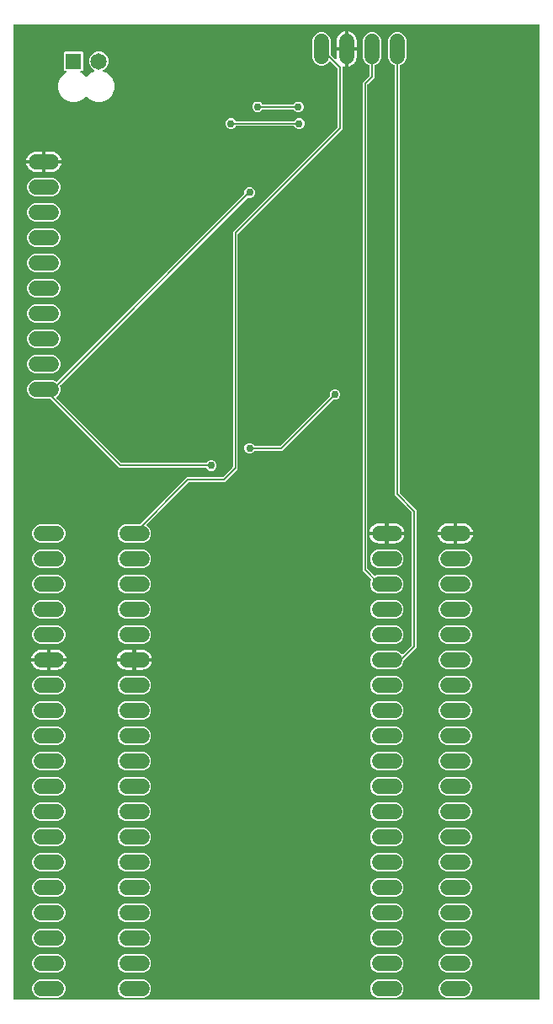
<source format=gbr>
G04 EAGLE Gerber RS-274X export*
G75*
%MOMM*%
%FSLAX34Y34*%
%LPD*%
%INBottom Copper*%
%IPPOS*%
%AMOC8*
5,1,8,0,0,1.08239X$1,22.5*%
G01*
%ADD10C,1.524000*%
%ADD11R,1.650000X1.650000*%
%ADD12C,1.650000*%
%ADD13C,0.180000*%
%ADD14C,0.756400*%

G36*
X539038Y10175D02*
X539038Y10175D01*
X539137Y10183D01*
X539170Y10195D01*
X539205Y10201D01*
X539294Y10243D01*
X539386Y10279D01*
X539414Y10301D01*
X539446Y10316D01*
X539518Y10384D01*
X539596Y10445D01*
X539616Y10474D01*
X539642Y10498D01*
X539692Y10584D01*
X539748Y10665D01*
X539759Y10699D01*
X539776Y10729D01*
X539799Y10826D01*
X539828Y10920D01*
X539832Y10972D01*
X539837Y10990D01*
X539835Y11008D01*
X539839Y11060D01*
X539839Y988940D01*
X539825Y989038D01*
X539817Y989137D01*
X539805Y989170D01*
X539799Y989205D01*
X539757Y989294D01*
X539721Y989386D01*
X539699Y989414D01*
X539684Y989446D01*
X539616Y989518D01*
X539555Y989596D01*
X539526Y989616D01*
X539502Y989642D01*
X539416Y989692D01*
X539335Y989748D01*
X539301Y989759D01*
X539271Y989776D01*
X539174Y989799D01*
X539080Y989828D01*
X539028Y989832D01*
X539010Y989837D01*
X538992Y989835D01*
X538940Y989839D01*
X11060Y989839D01*
X10962Y989825D01*
X10863Y989817D01*
X10830Y989805D01*
X10795Y989799D01*
X10706Y989757D01*
X10614Y989721D01*
X10586Y989699D01*
X10554Y989684D01*
X10482Y989616D01*
X10404Y989555D01*
X10384Y989526D01*
X10358Y989502D01*
X10308Y989416D01*
X10252Y989335D01*
X10241Y989301D01*
X10224Y989271D01*
X10201Y989174D01*
X10172Y989080D01*
X10168Y989028D01*
X10163Y989010D01*
X10165Y988992D01*
X10161Y988940D01*
X10161Y11060D01*
X10175Y10962D01*
X10183Y10863D01*
X10195Y10830D01*
X10201Y10795D01*
X10243Y10706D01*
X10279Y10614D01*
X10301Y10586D01*
X10316Y10554D01*
X10384Y10482D01*
X10445Y10404D01*
X10474Y10384D01*
X10498Y10358D01*
X10584Y10308D01*
X10665Y10252D01*
X10699Y10241D01*
X10729Y10224D01*
X10826Y10201D01*
X10920Y10172D01*
X10972Y10168D01*
X10990Y10163D01*
X11008Y10165D01*
X11060Y10161D01*
X538940Y10161D01*
X539038Y10175D01*
G37*
%LPC*%
G36*
X376561Y342455D02*
X376561Y342455D01*
X373200Y343847D01*
X370627Y346420D01*
X369235Y349781D01*
X369235Y353419D01*
X370627Y356780D01*
X373200Y359353D01*
X376561Y360745D01*
X395439Y360745D01*
X398800Y359353D01*
X400926Y357227D01*
X401006Y357168D01*
X401080Y357103D01*
X401113Y357089D01*
X401141Y357068D01*
X401234Y357035D01*
X401325Y356995D01*
X401360Y356991D01*
X401393Y356979D01*
X401492Y356975D01*
X401591Y356964D01*
X401625Y356970D01*
X401661Y356969D01*
X401756Y356994D01*
X401854Y357012D01*
X401885Y357028D01*
X401919Y357037D01*
X402003Y357090D01*
X402091Y357136D01*
X402131Y357169D01*
X402146Y357179D01*
X402158Y357193D01*
X402198Y357227D01*
X410976Y366005D01*
X410985Y366017D01*
X410996Y366026D01*
X411064Y366124D01*
X411135Y366220D01*
X411140Y366234D01*
X411148Y366246D01*
X411184Y366360D01*
X411223Y366473D01*
X411224Y366487D01*
X411228Y366501D01*
X411239Y366641D01*
X411239Y499384D01*
X411237Y499398D01*
X411239Y499412D01*
X411220Y499515D01*
X411217Y499549D01*
X411212Y499563D01*
X411199Y499648D01*
X411193Y499661D01*
X411191Y499676D01*
X411135Y499782D01*
X411084Y499889D01*
X411074Y499900D01*
X411067Y499913D01*
X410976Y500019D01*
X393875Y517120D01*
X393875Y948185D01*
X393867Y948242D01*
X393868Y948299D01*
X393847Y948373D01*
X393835Y948450D01*
X393811Y948501D01*
X393795Y948556D01*
X393753Y948621D01*
X393720Y948691D01*
X393681Y948733D01*
X393650Y948781D01*
X393591Y948830D01*
X393538Y948887D01*
X393489Y948916D01*
X393445Y948953D01*
X393320Y949016D01*
X391120Y949927D01*
X388547Y952500D01*
X387155Y955861D01*
X387155Y974739D01*
X388547Y978100D01*
X391120Y980673D01*
X394481Y982065D01*
X398119Y982065D01*
X401480Y980673D01*
X404053Y978100D01*
X405445Y974739D01*
X405445Y955861D01*
X404053Y952500D01*
X401480Y949927D01*
X399280Y949016D01*
X399231Y948987D01*
X399178Y948966D01*
X399117Y948918D01*
X399051Y948878D01*
X399013Y948836D01*
X398968Y948800D01*
X398924Y948737D01*
X398872Y948679D01*
X398848Y948627D01*
X398816Y948580D01*
X398793Y948506D01*
X398760Y948436D01*
X398753Y948379D01*
X398736Y948325D01*
X398725Y948185D01*
X398725Y519501D01*
X398727Y519487D01*
X398725Y519472D01*
X398747Y519355D01*
X398765Y519237D01*
X398771Y519224D01*
X398773Y519209D01*
X398829Y519103D01*
X398880Y518996D01*
X398890Y518985D01*
X398897Y518972D01*
X398988Y518865D01*
X416089Y501765D01*
X416089Y364260D01*
X403028Y351199D01*
X403019Y351187D01*
X403008Y351178D01*
X402940Y351080D01*
X402869Y350984D01*
X402864Y350970D01*
X402856Y350958D01*
X402820Y350844D01*
X402781Y350731D01*
X402780Y350717D01*
X402776Y350703D01*
X402765Y350563D01*
X402765Y349781D01*
X401373Y346420D01*
X398800Y343847D01*
X395439Y342455D01*
X376561Y342455D01*
G37*
%LPD*%
%LPC*%
G36*
X122561Y469455D02*
X122561Y469455D01*
X119200Y470847D01*
X116627Y473420D01*
X115235Y476781D01*
X115235Y480419D01*
X116627Y483780D01*
X119200Y486353D01*
X122561Y487745D01*
X137343Y487745D01*
X137358Y487747D01*
X137372Y487745D01*
X137490Y487767D01*
X137608Y487785D01*
X137621Y487791D01*
X137635Y487793D01*
X137741Y487849D01*
X137849Y487900D01*
X137859Y487910D01*
X137872Y487917D01*
X137979Y488008D01*
X184890Y534919D01*
X220606Y534919D01*
X220620Y534921D01*
X220635Y534919D01*
X220752Y534941D01*
X220870Y534959D01*
X220883Y534965D01*
X220898Y534967D01*
X221004Y535023D01*
X221111Y535074D01*
X221122Y535084D01*
X221135Y535091D01*
X221242Y535182D01*
X230930Y544870D01*
X230939Y544882D01*
X230950Y544891D01*
X231018Y544989D01*
X231089Y545086D01*
X231094Y545099D01*
X231102Y545111D01*
X231138Y545225D01*
X231177Y545338D01*
X231178Y545352D01*
X231182Y545366D01*
X231193Y545506D01*
X231193Y781622D01*
X336312Y886741D01*
X336321Y886753D01*
X336332Y886762D01*
X336400Y886860D01*
X336471Y886956D01*
X336476Y886970D01*
X336484Y886982D01*
X336520Y887096D01*
X336559Y887209D01*
X336560Y887223D01*
X336564Y887237D01*
X336575Y887377D01*
X336575Y945023D01*
X336573Y945038D01*
X336575Y945052D01*
X336553Y945170D01*
X336535Y945288D01*
X336529Y945301D01*
X336527Y945315D01*
X336471Y945421D01*
X336420Y945529D01*
X336410Y945539D01*
X336403Y945552D01*
X336312Y945659D01*
X329278Y952693D01*
X329272Y952697D01*
X329268Y952703D01*
X329164Y952777D01*
X329063Y952852D01*
X329056Y952854D01*
X329050Y952858D01*
X328929Y952899D01*
X328811Y952940D01*
X328803Y952940D01*
X328796Y952943D01*
X328669Y952946D01*
X328543Y952951D01*
X328536Y952949D01*
X328529Y952949D01*
X328407Y952914D01*
X328285Y952882D01*
X328279Y952878D01*
X328271Y952876D01*
X328166Y952807D01*
X328058Y952740D01*
X328053Y952735D01*
X328047Y952731D01*
X327966Y952634D01*
X327883Y952538D01*
X327880Y952531D01*
X327875Y952526D01*
X327872Y952519D01*
X325280Y949927D01*
X321919Y948535D01*
X318281Y948535D01*
X314920Y949927D01*
X312347Y952500D01*
X310955Y955861D01*
X310955Y974739D01*
X312347Y978100D01*
X314920Y980673D01*
X318281Y982065D01*
X321919Y982065D01*
X325280Y980673D01*
X327853Y978100D01*
X329245Y974739D01*
X329245Y959957D01*
X329247Y959942D01*
X329245Y959928D01*
X329267Y959810D01*
X329285Y959692D01*
X329291Y959679D01*
X329293Y959665D01*
X329349Y959559D01*
X329400Y959451D01*
X329410Y959441D01*
X329417Y959428D01*
X329508Y959321D01*
X334020Y954809D01*
X334117Y954738D01*
X334211Y954663D01*
X334224Y954658D01*
X334236Y954650D01*
X334349Y954610D01*
X334460Y954567D01*
X334475Y954566D01*
X334488Y954561D01*
X334608Y954557D01*
X334727Y954548D01*
X334741Y954551D01*
X334755Y954551D01*
X334871Y954582D01*
X334988Y954609D01*
X335000Y954616D01*
X335014Y954619D01*
X335115Y954683D01*
X335219Y954743D01*
X335229Y954754D01*
X335241Y954761D01*
X335319Y954852D01*
X335400Y954940D01*
X335406Y954952D01*
X335416Y954963D01*
X335464Y955073D01*
X335516Y955181D01*
X335518Y955195D01*
X335524Y955208D01*
X335538Y955327D01*
X335555Y955445D01*
X335554Y955465D01*
X335555Y955474D01*
X335552Y955490D01*
X335544Y955585D01*
X335339Y956880D01*
X335339Y963501D01*
X343701Y963501D01*
X343701Y947678D01*
X343121Y947769D01*
X342602Y947938D01*
X342497Y947955D01*
X342394Y947979D01*
X342366Y947977D01*
X342338Y947982D01*
X342233Y947968D01*
X342127Y947960D01*
X342101Y947950D01*
X342073Y947946D01*
X341977Y947902D01*
X341878Y947864D01*
X341856Y947846D01*
X341830Y947834D01*
X341751Y947763D01*
X341668Y947698D01*
X341652Y947675D01*
X341631Y947656D01*
X341576Y947565D01*
X341516Y947478D01*
X341508Y947451D01*
X341493Y947427D01*
X341467Y947324D01*
X341436Y947223D01*
X341433Y947182D01*
X341429Y947167D01*
X341430Y947147D01*
X341425Y947083D01*
X341425Y884996D01*
X236306Y779877D01*
X236297Y779865D01*
X236286Y779856D01*
X236218Y779758D01*
X236147Y779662D01*
X236142Y779648D01*
X236134Y779636D01*
X236098Y779522D01*
X236059Y779409D01*
X236058Y779395D01*
X236054Y779381D01*
X236043Y779241D01*
X236043Y543125D01*
X222987Y530069D01*
X187271Y530069D01*
X187256Y530067D01*
X187242Y530069D01*
X187124Y530047D01*
X187006Y530029D01*
X186993Y530023D01*
X186979Y530021D01*
X186873Y529965D01*
X186765Y529914D01*
X186755Y529904D01*
X186742Y529897D01*
X186635Y529806D01*
X144607Y487778D01*
X144603Y487772D01*
X144597Y487768D01*
X144523Y487665D01*
X144448Y487563D01*
X144446Y487556D01*
X144442Y487550D01*
X144401Y487429D01*
X144360Y487311D01*
X144360Y487303D01*
X144357Y487296D01*
X144354Y487170D01*
X144349Y487043D01*
X144351Y487036D01*
X144351Y487029D01*
X144385Y486907D01*
X144418Y486785D01*
X144422Y486779D01*
X144424Y486771D01*
X144492Y486666D01*
X144560Y486558D01*
X144565Y486553D01*
X144569Y486547D01*
X144666Y486466D01*
X144762Y486383D01*
X144769Y486380D01*
X144774Y486375D01*
X144781Y486372D01*
X147373Y483780D01*
X148765Y480419D01*
X148765Y476781D01*
X147373Y473420D01*
X144800Y470847D01*
X141439Y469455D01*
X122561Y469455D01*
G37*
%LPD*%
%LPC*%
G36*
X376561Y418655D02*
X376561Y418655D01*
X373200Y420047D01*
X370627Y422620D01*
X369235Y425981D01*
X369235Y429619D01*
X370035Y431551D01*
X370049Y431606D01*
X370072Y431658D01*
X370081Y431735D01*
X370100Y431810D01*
X370097Y431867D01*
X370103Y431924D01*
X370089Y432000D01*
X370085Y432077D01*
X370065Y432131D01*
X370055Y432187D01*
X370019Y432255D01*
X369992Y432328D01*
X369958Y432373D01*
X369932Y432424D01*
X369840Y432531D01*
X361575Y440796D01*
X361575Y931404D01*
X368212Y938041D01*
X368221Y938053D01*
X368232Y938062D01*
X368300Y938160D01*
X368371Y938256D01*
X368376Y938270D01*
X368384Y938282D01*
X368420Y938396D01*
X368459Y938509D01*
X368460Y938523D01*
X368464Y938537D01*
X368475Y938677D01*
X368475Y948185D01*
X368467Y948242D01*
X368468Y948299D01*
X368447Y948373D01*
X368435Y948450D01*
X368411Y948501D01*
X368395Y948556D01*
X368353Y948621D01*
X368320Y948691D01*
X368281Y948733D01*
X368250Y948781D01*
X368191Y948830D01*
X368138Y948887D01*
X368089Y948916D01*
X368045Y948953D01*
X367920Y949016D01*
X365720Y949927D01*
X363147Y952500D01*
X361755Y955861D01*
X361755Y974739D01*
X363147Y978100D01*
X365720Y980673D01*
X369081Y982065D01*
X372719Y982065D01*
X376080Y980673D01*
X378653Y978100D01*
X380045Y974739D01*
X380045Y955861D01*
X378653Y952500D01*
X376080Y949927D01*
X373880Y949016D01*
X373831Y948987D01*
X373778Y948966D01*
X373717Y948918D01*
X373651Y948878D01*
X373613Y948836D01*
X373568Y948800D01*
X373524Y948737D01*
X373472Y948679D01*
X373448Y948627D01*
X373416Y948580D01*
X373393Y948506D01*
X373360Y948436D01*
X373353Y948379D01*
X373336Y948325D01*
X373325Y948185D01*
X373325Y936296D01*
X366688Y929659D01*
X366679Y929647D01*
X366668Y929638D01*
X366600Y929540D01*
X366529Y929444D01*
X366524Y929430D01*
X366516Y929418D01*
X366480Y929304D01*
X366441Y929191D01*
X366440Y929177D01*
X366436Y929163D01*
X366425Y929023D01*
X366425Y443177D01*
X366427Y443162D01*
X366425Y443148D01*
X366447Y443030D01*
X366465Y442912D01*
X366471Y442899D01*
X366473Y442885D01*
X366529Y442779D01*
X366580Y442671D01*
X366590Y442661D01*
X366597Y442648D01*
X366688Y442541D01*
X373112Y436117D01*
X373158Y436083D01*
X373197Y436042D01*
X373265Y436004D01*
X373327Y435958D01*
X373381Y435939D01*
X373431Y435911D01*
X373507Y435895D01*
X373580Y435870D01*
X373636Y435867D01*
X373692Y435855D01*
X373770Y435862D01*
X373847Y435859D01*
X373902Y435874D01*
X373959Y435879D01*
X374092Y435922D01*
X376561Y436945D01*
X395439Y436945D01*
X398800Y435553D01*
X401373Y432980D01*
X402765Y429619D01*
X402765Y425981D01*
X401373Y422620D01*
X398800Y420047D01*
X395439Y418655D01*
X376561Y418655D01*
G37*
%LPD*%
%LPC*%
G36*
X208356Y541393D02*
X208356Y541393D01*
X206406Y542201D01*
X204913Y543694D01*
X204902Y543720D01*
X204873Y543769D01*
X204852Y543822D01*
X204804Y543883D01*
X204764Y543949D01*
X204722Y543987D01*
X204687Y544032D01*
X204623Y544076D01*
X204565Y544128D01*
X204513Y544152D01*
X204466Y544184D01*
X204393Y544207D01*
X204322Y544240D01*
X204266Y544247D01*
X204211Y544264D01*
X204072Y544275D01*
X117096Y544275D01*
X47479Y613892D01*
X47467Y613901D01*
X47458Y613912D01*
X47360Y613980D01*
X47264Y614051D01*
X47250Y614056D01*
X47238Y614064D01*
X47124Y614100D01*
X47011Y614139D01*
X46997Y614140D01*
X46983Y614144D01*
X46843Y614155D01*
X31661Y614155D01*
X28300Y615547D01*
X25727Y618120D01*
X24335Y621481D01*
X24335Y625119D01*
X25727Y628480D01*
X28300Y631053D01*
X31661Y632445D01*
X50539Y632445D01*
X53600Y631177D01*
X53656Y631163D01*
X53708Y631140D01*
X53785Y631131D01*
X53860Y631112D01*
X53917Y631115D01*
X53974Y631109D01*
X54050Y631123D01*
X54127Y631127D01*
X54181Y631147D01*
X54237Y631157D01*
X54305Y631193D01*
X54378Y631220D01*
X54423Y631254D01*
X54474Y631280D01*
X54580Y631372D01*
X242430Y819221D01*
X242439Y819233D01*
X242450Y819242D01*
X242518Y819340D01*
X242589Y819436D01*
X242594Y819450D01*
X242602Y819462D01*
X242638Y819576D01*
X242677Y819689D01*
X242678Y819703D01*
X242682Y819717D01*
X242693Y819857D01*
X242693Y822056D01*
X243501Y824006D01*
X244994Y825499D01*
X246944Y826307D01*
X249056Y826307D01*
X251006Y825499D01*
X252499Y824006D01*
X253307Y822056D01*
X253307Y819944D01*
X252499Y817994D01*
X251006Y816501D01*
X249056Y815693D01*
X246944Y815693D01*
X246662Y815810D01*
X246607Y815824D01*
X246555Y815847D01*
X246478Y815856D01*
X246403Y815875D01*
X246346Y815871D01*
X246289Y815878D01*
X246213Y815864D01*
X246136Y815860D01*
X246082Y815840D01*
X246026Y815830D01*
X245957Y815794D01*
X245885Y815767D01*
X245840Y815733D01*
X245789Y815706D01*
X245682Y815615D01*
X57505Y627438D01*
X57471Y627392D01*
X57430Y627353D01*
X57392Y627285D01*
X57346Y627223D01*
X57327Y627169D01*
X57299Y627119D01*
X57283Y627043D01*
X57258Y626970D01*
X57255Y626914D01*
X57243Y626858D01*
X57250Y626780D01*
X57247Y626703D01*
X57262Y626648D01*
X57267Y626591D01*
X57310Y626458D01*
X57865Y625119D01*
X57865Y621481D01*
X56473Y618120D01*
X53927Y615574D01*
X53868Y615494D01*
X53803Y615420D01*
X53789Y615387D01*
X53768Y615359D01*
X53735Y615266D01*
X53695Y615175D01*
X53691Y615140D01*
X53679Y615107D01*
X53675Y615008D01*
X53664Y614909D01*
X53670Y614875D01*
X53669Y614839D01*
X53694Y614744D01*
X53712Y614646D01*
X53728Y614615D01*
X53737Y614581D01*
X53790Y614497D01*
X53836Y614409D01*
X53869Y614369D01*
X53879Y614354D01*
X53893Y614342D01*
X53927Y614302D01*
X118841Y549388D01*
X118853Y549379D01*
X118862Y549368D01*
X118960Y549300D01*
X119056Y549229D01*
X119070Y549224D01*
X119082Y549216D01*
X119196Y549180D01*
X119309Y549141D01*
X119323Y549140D01*
X119337Y549136D01*
X119477Y549125D01*
X204072Y549125D01*
X204128Y549133D01*
X204185Y549132D01*
X204260Y549153D01*
X204336Y549165D01*
X204387Y549189D01*
X204442Y549205D01*
X204507Y549247D01*
X204577Y549280D01*
X204619Y549319D01*
X204667Y549350D01*
X204717Y549409D01*
X204774Y549462D01*
X204802Y549511D01*
X204839Y549555D01*
X204902Y549680D01*
X204913Y549706D01*
X206406Y551199D01*
X208356Y552007D01*
X210468Y552007D01*
X212418Y551199D01*
X213911Y549706D01*
X214719Y547756D01*
X214719Y545644D01*
X213911Y543694D01*
X212418Y542201D01*
X210468Y541393D01*
X208356Y541393D01*
G37*
%LPD*%
%LPC*%
G36*
X67785Y911739D02*
X67785Y911739D01*
X62029Y914123D01*
X57623Y918529D01*
X55239Y924285D01*
X55239Y930515D01*
X57623Y936271D01*
X62029Y940677D01*
X63523Y941295D01*
X63601Y941343D01*
X63684Y941382D01*
X63715Y941411D01*
X63752Y941433D01*
X63813Y941502D01*
X63880Y941564D01*
X63902Y941601D01*
X63930Y941632D01*
X63969Y941716D01*
X64015Y941795D01*
X64024Y941837D01*
X64042Y941875D01*
X64054Y941967D01*
X64075Y942056D01*
X64072Y942098D01*
X64078Y942140D01*
X64062Y942231D01*
X64056Y942323D01*
X64041Y942362D01*
X64034Y942404D01*
X63993Y942486D01*
X63959Y942572D01*
X63933Y942605D01*
X63914Y942643D01*
X63850Y942710D01*
X63794Y942782D01*
X63759Y942806D01*
X63729Y942837D01*
X63649Y942882D01*
X63573Y942934D01*
X63533Y942947D01*
X63496Y942967D01*
X63406Y942987D01*
X63318Y943014D01*
X63254Y943019D01*
X63234Y943024D01*
X63218Y943022D01*
X63178Y943025D01*
X62018Y943025D01*
X61125Y943918D01*
X61125Y961682D01*
X62018Y962575D01*
X79782Y962575D01*
X80675Y961682D01*
X80675Y943918D01*
X79782Y943025D01*
X78622Y943025D01*
X78531Y943012D01*
X78439Y943007D01*
X78399Y942992D01*
X78357Y942985D01*
X78274Y942946D01*
X78188Y942914D01*
X78154Y942888D01*
X78116Y942870D01*
X78049Y942807D01*
X77976Y942752D01*
X77951Y942717D01*
X77920Y942688D01*
X77874Y942609D01*
X77820Y942534D01*
X77807Y942493D01*
X77785Y942457D01*
X77765Y942367D01*
X77736Y942280D01*
X77735Y942238D01*
X77725Y942196D01*
X77732Y942105D01*
X77729Y942013D01*
X77741Y941972D01*
X77744Y941929D01*
X77777Y941844D01*
X77802Y941755D01*
X77825Y941720D01*
X77841Y941680D01*
X77898Y941608D01*
X77948Y941531D01*
X77980Y941503D01*
X78006Y941470D01*
X78082Y941418D01*
X78152Y941359D01*
X78210Y941329D01*
X78227Y941318D01*
X78242Y941313D01*
X78277Y941295D01*
X79771Y940677D01*
X82964Y937483D01*
X83044Y937425D01*
X83119Y937360D01*
X83151Y937346D01*
X83179Y937325D01*
X83273Y937292D01*
X83363Y937252D01*
X83398Y937248D01*
X83432Y937236D01*
X83530Y937232D01*
X83629Y937221D01*
X83664Y937227D01*
X83699Y937226D01*
X83794Y937251D01*
X83892Y937269D01*
X83923Y937285D01*
X83957Y937294D01*
X84041Y937347D01*
X84129Y937392D01*
X84169Y937426D01*
X84184Y937436D01*
X84196Y937450D01*
X84236Y937483D01*
X87429Y940677D01*
X91722Y942455D01*
X91764Y942480D01*
X91811Y942498D01*
X91878Y942549D01*
X91951Y942593D01*
X91984Y942630D01*
X92024Y942660D01*
X92073Y942729D01*
X92129Y942792D01*
X92150Y942837D01*
X92179Y942878D01*
X92206Y942958D01*
X92241Y943035D01*
X92248Y943084D01*
X92264Y943131D01*
X92266Y943216D01*
X92277Y943300D01*
X92269Y943349D01*
X92270Y943399D01*
X92247Y943480D01*
X92233Y943564D01*
X92210Y943608D01*
X92197Y943656D01*
X92151Y943727D01*
X92113Y943803D01*
X92079Y943839D01*
X92052Y943881D01*
X91987Y943935D01*
X91928Y943996D01*
X91885Y944021D01*
X91847Y944053D01*
X91722Y944116D01*
X90763Y944513D01*
X88013Y947263D01*
X86525Y950856D01*
X86525Y954744D01*
X88013Y958337D01*
X90763Y961087D01*
X94356Y962575D01*
X98244Y962575D01*
X101837Y961087D01*
X104587Y958337D01*
X106075Y954744D01*
X106075Y950856D01*
X104587Y947263D01*
X101837Y944513D01*
X100878Y944116D01*
X100836Y944091D01*
X100789Y944073D01*
X100722Y944022D01*
X100649Y943978D01*
X100616Y943941D01*
X100576Y943911D01*
X100527Y943842D01*
X100471Y943779D01*
X100450Y943734D01*
X100421Y943693D01*
X100394Y943613D01*
X100359Y943536D01*
X100352Y943487D01*
X100336Y943440D01*
X100334Y943355D01*
X100323Y943271D01*
X100331Y943222D01*
X100330Y943172D01*
X100353Y943091D01*
X100367Y943007D01*
X100390Y942963D01*
X100403Y942915D01*
X100449Y942844D01*
X100487Y942768D01*
X100521Y942732D01*
X100548Y942690D01*
X100613Y942636D01*
X100672Y942575D01*
X100715Y942550D01*
X100753Y942518D01*
X100878Y942455D01*
X105171Y940677D01*
X109577Y936271D01*
X111961Y930515D01*
X111961Y924285D01*
X109577Y918529D01*
X105171Y914123D01*
X99415Y911739D01*
X93185Y911739D01*
X87429Y914123D01*
X84236Y917317D01*
X84156Y917375D01*
X84081Y917440D01*
X84049Y917454D01*
X84021Y917475D01*
X83927Y917508D01*
X83837Y917548D01*
X83802Y917552D01*
X83768Y917564D01*
X83669Y917568D01*
X83571Y917579D01*
X83536Y917573D01*
X83501Y917574D01*
X83405Y917549D01*
X83308Y917531D01*
X83277Y917515D01*
X83243Y917506D01*
X83159Y917453D01*
X83071Y917408D01*
X83031Y917374D01*
X83016Y917364D01*
X83004Y917350D01*
X82964Y917317D01*
X79771Y914123D01*
X74015Y911739D01*
X67785Y911739D01*
G37*
%LPD*%
%LPC*%
G36*
X246944Y558693D02*
X246944Y558693D01*
X244994Y559501D01*
X243501Y560994D01*
X242693Y562944D01*
X242693Y565056D01*
X243501Y567006D01*
X244994Y568499D01*
X246944Y569307D01*
X249056Y569307D01*
X251006Y568499D01*
X252499Y567006D01*
X252510Y566980D01*
X252539Y566931D01*
X252560Y566878D01*
X252608Y566817D01*
X252648Y566751D01*
X252690Y566713D01*
X252725Y566668D01*
X252789Y566624D01*
X252847Y566572D01*
X252899Y566548D01*
X252946Y566516D01*
X253019Y566493D01*
X253090Y566460D01*
X253146Y566453D01*
X253201Y566436D01*
X253340Y566425D01*
X278449Y566425D01*
X278464Y566427D01*
X278478Y566425D01*
X278596Y566447D01*
X278714Y566465D01*
X278727Y566471D01*
X278741Y566473D01*
X278847Y566529D01*
X278955Y566580D01*
X278965Y566590D01*
X278978Y566597D01*
X279085Y566688D01*
X328422Y616025D01*
X328456Y616071D01*
X328497Y616111D01*
X328535Y616178D01*
X328581Y616240D01*
X328600Y616294D01*
X328628Y616344D01*
X328644Y616420D01*
X328670Y616493D01*
X328672Y616550D01*
X328684Y616606D01*
X328677Y616683D01*
X328680Y616760D01*
X328665Y616815D01*
X328661Y616872D01*
X328617Y617005D01*
X328606Y617031D01*
X328606Y619143D01*
X329414Y621093D01*
X330907Y622586D01*
X332857Y623394D01*
X334969Y623394D01*
X336919Y622586D01*
X338412Y621093D01*
X339220Y619143D01*
X339220Y617031D01*
X338412Y615081D01*
X336919Y613588D01*
X334969Y612780D01*
X332857Y612780D01*
X332831Y612791D01*
X332776Y612805D01*
X332724Y612828D01*
X332647Y612837D01*
X332572Y612856D01*
X332515Y612852D01*
X332458Y612859D01*
X332382Y612845D01*
X332305Y612841D01*
X332251Y612821D01*
X332195Y612811D01*
X332126Y612775D01*
X332054Y612748D01*
X332008Y612714D01*
X331958Y612687D01*
X331851Y612596D01*
X280830Y561575D01*
X253340Y561575D01*
X253284Y561567D01*
X253227Y561568D01*
X253152Y561547D01*
X253076Y561535D01*
X253025Y561511D01*
X252970Y561495D01*
X252905Y561453D01*
X252835Y561420D01*
X252793Y561381D01*
X252745Y561350D01*
X252695Y561291D01*
X252638Y561238D01*
X252610Y561189D01*
X252573Y561145D01*
X252510Y561020D01*
X252499Y560994D01*
X251006Y559501D01*
X249056Y558693D01*
X246944Y558693D01*
G37*
%LPD*%
%LPC*%
G36*
X36561Y164655D02*
X36561Y164655D01*
X33200Y166047D01*
X30627Y168620D01*
X29235Y171981D01*
X29235Y175619D01*
X30627Y178980D01*
X33200Y181553D01*
X36561Y182945D01*
X55439Y182945D01*
X58800Y181553D01*
X61373Y178980D01*
X62765Y175619D01*
X62765Y171981D01*
X61373Y168620D01*
X58800Y166047D01*
X55439Y164655D01*
X36561Y164655D01*
G37*
%LPD*%
%LPC*%
G36*
X445561Y139255D02*
X445561Y139255D01*
X442200Y140647D01*
X439627Y143220D01*
X438235Y146581D01*
X438235Y150219D01*
X439627Y153580D01*
X442200Y156153D01*
X445561Y157545D01*
X464439Y157545D01*
X467800Y156153D01*
X470373Y153580D01*
X471765Y150219D01*
X471765Y146581D01*
X470373Y143220D01*
X467800Y140647D01*
X464439Y139255D01*
X445561Y139255D01*
G37*
%LPD*%
%LPC*%
G36*
X376561Y139255D02*
X376561Y139255D01*
X373200Y140647D01*
X370627Y143220D01*
X369235Y146581D01*
X369235Y150219D01*
X370627Y153580D01*
X373200Y156153D01*
X376561Y157545D01*
X395439Y157545D01*
X398800Y156153D01*
X401373Y153580D01*
X402765Y150219D01*
X402765Y146581D01*
X401373Y143220D01*
X398800Y140647D01*
X395439Y139255D01*
X376561Y139255D01*
G37*
%LPD*%
%LPC*%
G36*
X122561Y139255D02*
X122561Y139255D01*
X119200Y140647D01*
X116627Y143220D01*
X115235Y146581D01*
X115235Y150219D01*
X116627Y153580D01*
X119200Y156153D01*
X122561Y157545D01*
X141439Y157545D01*
X144800Y156153D01*
X147373Y153580D01*
X148765Y150219D01*
X148765Y146581D01*
X147373Y143220D01*
X144800Y140647D01*
X141439Y139255D01*
X122561Y139255D01*
G37*
%LPD*%
%LPC*%
G36*
X36561Y139255D02*
X36561Y139255D01*
X33200Y140647D01*
X30627Y143220D01*
X29235Y146581D01*
X29235Y150219D01*
X30627Y153580D01*
X33200Y156153D01*
X36561Y157545D01*
X55439Y157545D01*
X58800Y156153D01*
X61373Y153580D01*
X62765Y150219D01*
X62765Y146581D01*
X61373Y143220D01*
X58800Y140647D01*
X55439Y139255D01*
X36561Y139255D01*
G37*
%LPD*%
%LPC*%
G36*
X445561Y113855D02*
X445561Y113855D01*
X442200Y115247D01*
X439627Y117820D01*
X438235Y121181D01*
X438235Y124819D01*
X439627Y128180D01*
X442200Y130753D01*
X445561Y132145D01*
X464439Y132145D01*
X467800Y130753D01*
X470373Y128180D01*
X471765Y124819D01*
X471765Y121181D01*
X470373Y117820D01*
X467800Y115247D01*
X464439Y113855D01*
X445561Y113855D01*
G37*
%LPD*%
%LPC*%
G36*
X376561Y113855D02*
X376561Y113855D01*
X373200Y115247D01*
X370627Y117820D01*
X369235Y121181D01*
X369235Y124819D01*
X370627Y128180D01*
X373200Y130753D01*
X376561Y132145D01*
X395439Y132145D01*
X398800Y130753D01*
X401373Y128180D01*
X402765Y124819D01*
X402765Y121181D01*
X401373Y117820D01*
X398800Y115247D01*
X395439Y113855D01*
X376561Y113855D01*
G37*
%LPD*%
%LPC*%
G36*
X122561Y113855D02*
X122561Y113855D01*
X119200Y115247D01*
X116627Y117820D01*
X115235Y121181D01*
X115235Y124819D01*
X116627Y128180D01*
X119200Y130753D01*
X122561Y132145D01*
X141439Y132145D01*
X144800Y130753D01*
X147373Y128180D01*
X148765Y124819D01*
X148765Y121181D01*
X147373Y117820D01*
X144800Y115247D01*
X141439Y113855D01*
X122561Y113855D01*
G37*
%LPD*%
%LPC*%
G36*
X36561Y113855D02*
X36561Y113855D01*
X33200Y115247D01*
X30627Y117820D01*
X29235Y121181D01*
X29235Y124819D01*
X30627Y128180D01*
X33200Y130753D01*
X36561Y132145D01*
X55439Y132145D01*
X58800Y130753D01*
X61373Y128180D01*
X62765Y124819D01*
X62765Y121181D01*
X61373Y117820D01*
X58800Y115247D01*
X55439Y113855D01*
X36561Y113855D01*
G37*
%LPD*%
%LPC*%
G36*
X122561Y266255D02*
X122561Y266255D01*
X119200Y267647D01*
X116627Y270220D01*
X115235Y273581D01*
X115235Y277219D01*
X116627Y280580D01*
X119200Y283153D01*
X122561Y284545D01*
X141439Y284545D01*
X144800Y283153D01*
X147373Y280580D01*
X148765Y277219D01*
X148765Y273581D01*
X147373Y270220D01*
X144800Y267647D01*
X141439Y266255D01*
X122561Y266255D01*
G37*
%LPD*%
%LPC*%
G36*
X445561Y88455D02*
X445561Y88455D01*
X442200Y89847D01*
X439627Y92420D01*
X438235Y95781D01*
X438235Y99419D01*
X439627Y102780D01*
X442200Y105353D01*
X445561Y106745D01*
X464439Y106745D01*
X467800Y105353D01*
X470373Y102780D01*
X471765Y99419D01*
X471765Y95781D01*
X470373Y92420D01*
X467800Y89847D01*
X464439Y88455D01*
X445561Y88455D01*
G37*
%LPD*%
%LPC*%
G36*
X31661Y817355D02*
X31661Y817355D01*
X28300Y818747D01*
X25727Y821320D01*
X24335Y824681D01*
X24335Y828319D01*
X25727Y831680D01*
X28300Y834253D01*
X31661Y835645D01*
X50539Y835645D01*
X53900Y834253D01*
X56473Y831680D01*
X57865Y828319D01*
X57865Y824681D01*
X56473Y821320D01*
X53900Y818747D01*
X50539Y817355D01*
X31661Y817355D01*
G37*
%LPD*%
%LPC*%
G36*
X31661Y791955D02*
X31661Y791955D01*
X28300Y793347D01*
X25727Y795920D01*
X24335Y799281D01*
X24335Y802919D01*
X25727Y806280D01*
X28300Y808853D01*
X31661Y810245D01*
X50539Y810245D01*
X53900Y808853D01*
X56473Y806280D01*
X57865Y802919D01*
X57865Y799281D01*
X56473Y795920D01*
X53900Y793347D01*
X50539Y791955D01*
X31661Y791955D01*
G37*
%LPD*%
%LPC*%
G36*
X31661Y766555D02*
X31661Y766555D01*
X28300Y767947D01*
X25727Y770520D01*
X24335Y773881D01*
X24335Y777519D01*
X25727Y780880D01*
X28300Y783453D01*
X31661Y784845D01*
X50539Y784845D01*
X53900Y783453D01*
X56473Y780880D01*
X57865Y777519D01*
X57865Y773881D01*
X56473Y770520D01*
X53900Y767947D01*
X50539Y766555D01*
X31661Y766555D01*
G37*
%LPD*%
%LPC*%
G36*
X31661Y741155D02*
X31661Y741155D01*
X28300Y742547D01*
X25727Y745120D01*
X24335Y748481D01*
X24335Y752119D01*
X25727Y755480D01*
X28300Y758053D01*
X31661Y759445D01*
X50539Y759445D01*
X53900Y758053D01*
X56473Y755480D01*
X57865Y752119D01*
X57865Y748481D01*
X56473Y745120D01*
X53900Y742547D01*
X50539Y741155D01*
X31661Y741155D01*
G37*
%LPD*%
%LPC*%
G36*
X31661Y715755D02*
X31661Y715755D01*
X28300Y717147D01*
X25727Y719720D01*
X24335Y723081D01*
X24335Y726719D01*
X25727Y730080D01*
X28300Y732653D01*
X31661Y734045D01*
X50539Y734045D01*
X53900Y732653D01*
X56473Y730080D01*
X57865Y726719D01*
X57865Y723081D01*
X56473Y719720D01*
X53900Y717147D01*
X50539Y715755D01*
X31661Y715755D01*
G37*
%LPD*%
%LPC*%
G36*
X31661Y690355D02*
X31661Y690355D01*
X28300Y691747D01*
X25727Y694320D01*
X24335Y697681D01*
X24335Y701319D01*
X25727Y704680D01*
X28300Y707253D01*
X31661Y708645D01*
X50539Y708645D01*
X53900Y707253D01*
X56473Y704680D01*
X57865Y701319D01*
X57865Y697681D01*
X56473Y694320D01*
X53900Y691747D01*
X50539Y690355D01*
X31661Y690355D01*
G37*
%LPD*%
%LPC*%
G36*
X31661Y664955D02*
X31661Y664955D01*
X28300Y666347D01*
X25727Y668920D01*
X24335Y672281D01*
X24335Y675919D01*
X25727Y679280D01*
X28300Y681853D01*
X31661Y683245D01*
X50539Y683245D01*
X53900Y681853D01*
X56473Y679280D01*
X57865Y675919D01*
X57865Y672281D01*
X56473Y668920D01*
X53900Y666347D01*
X50539Y664955D01*
X31661Y664955D01*
G37*
%LPD*%
%LPC*%
G36*
X31661Y639555D02*
X31661Y639555D01*
X28300Y640947D01*
X25727Y643520D01*
X24335Y646881D01*
X24335Y650519D01*
X25727Y653880D01*
X28300Y656453D01*
X31661Y657845D01*
X50539Y657845D01*
X53900Y656453D01*
X56473Y653880D01*
X57865Y650519D01*
X57865Y646881D01*
X56473Y643520D01*
X53900Y640947D01*
X50539Y639555D01*
X31661Y639555D01*
G37*
%LPD*%
%LPC*%
G36*
X122561Y88455D02*
X122561Y88455D01*
X119200Y89847D01*
X116627Y92420D01*
X115235Y95781D01*
X115235Y99419D01*
X116627Y102780D01*
X119200Y105353D01*
X122561Y106745D01*
X141439Y106745D01*
X144800Y105353D01*
X147373Y102780D01*
X148765Y99419D01*
X148765Y95781D01*
X147373Y92420D01*
X144800Y89847D01*
X141439Y88455D01*
X122561Y88455D01*
G37*
%LPD*%
%LPC*%
G36*
X36561Y88455D02*
X36561Y88455D01*
X33200Y89847D01*
X30627Y92420D01*
X29235Y95781D01*
X29235Y99419D01*
X30627Y102780D01*
X33200Y105353D01*
X36561Y106745D01*
X55439Y106745D01*
X58800Y105353D01*
X61373Y102780D01*
X62765Y99419D01*
X62765Y95781D01*
X61373Y92420D01*
X58800Y89847D01*
X55439Y88455D01*
X36561Y88455D01*
G37*
%LPD*%
%LPC*%
G36*
X445561Y63055D02*
X445561Y63055D01*
X442200Y64447D01*
X439627Y67020D01*
X438235Y70381D01*
X438235Y74019D01*
X439627Y77380D01*
X442200Y79953D01*
X445561Y81345D01*
X464439Y81345D01*
X467800Y79953D01*
X470373Y77380D01*
X471765Y74019D01*
X471765Y70381D01*
X470373Y67020D01*
X467800Y64447D01*
X464439Y63055D01*
X445561Y63055D01*
G37*
%LPD*%
%LPC*%
G36*
X376561Y63055D02*
X376561Y63055D01*
X373200Y64447D01*
X370627Y67020D01*
X369235Y70381D01*
X369235Y74019D01*
X370627Y77380D01*
X373200Y79953D01*
X376561Y81345D01*
X395439Y81345D01*
X398800Y79953D01*
X401373Y77380D01*
X402765Y74019D01*
X402765Y70381D01*
X401373Y67020D01*
X398800Y64447D01*
X395439Y63055D01*
X376561Y63055D01*
G37*
%LPD*%
%LPC*%
G36*
X36561Y469455D02*
X36561Y469455D01*
X33200Y470847D01*
X30627Y473420D01*
X29235Y476781D01*
X29235Y480419D01*
X30627Y483780D01*
X33200Y486353D01*
X36561Y487745D01*
X55439Y487745D01*
X58800Y486353D01*
X61373Y483780D01*
X62765Y480419D01*
X62765Y476781D01*
X61373Y473420D01*
X58800Y470847D01*
X55439Y469455D01*
X36561Y469455D01*
G37*
%LPD*%
%LPC*%
G36*
X122561Y63055D02*
X122561Y63055D01*
X119200Y64447D01*
X116627Y67020D01*
X115235Y70381D01*
X115235Y74019D01*
X116627Y77380D01*
X119200Y79953D01*
X122561Y81345D01*
X141439Y81345D01*
X144800Y79953D01*
X147373Y77380D01*
X148765Y74019D01*
X148765Y70381D01*
X147373Y67020D01*
X144800Y64447D01*
X141439Y63055D01*
X122561Y63055D01*
G37*
%LPD*%
%LPC*%
G36*
X36561Y63055D02*
X36561Y63055D01*
X33200Y64447D01*
X30627Y67020D01*
X29235Y70381D01*
X29235Y74019D01*
X30627Y77380D01*
X33200Y79953D01*
X36561Y81345D01*
X55439Y81345D01*
X58800Y79953D01*
X61373Y77380D01*
X62765Y74019D01*
X62765Y70381D01*
X61373Y67020D01*
X58800Y64447D01*
X55439Y63055D01*
X36561Y63055D01*
G37*
%LPD*%
%LPC*%
G36*
X445561Y37655D02*
X445561Y37655D01*
X442200Y39047D01*
X439627Y41620D01*
X438235Y44981D01*
X438235Y48619D01*
X439627Y51980D01*
X442200Y54553D01*
X445561Y55945D01*
X464439Y55945D01*
X467800Y54553D01*
X470373Y51980D01*
X471765Y48619D01*
X471765Y44981D01*
X470373Y41620D01*
X467800Y39047D01*
X464439Y37655D01*
X445561Y37655D01*
G37*
%LPD*%
%LPC*%
G36*
X376561Y37655D02*
X376561Y37655D01*
X373200Y39047D01*
X370627Y41620D01*
X369235Y44981D01*
X369235Y48619D01*
X370627Y51980D01*
X373200Y54553D01*
X376561Y55945D01*
X395439Y55945D01*
X398800Y54553D01*
X401373Y51980D01*
X402765Y48619D01*
X402765Y44981D01*
X401373Y41620D01*
X398800Y39047D01*
X395439Y37655D01*
X376561Y37655D01*
G37*
%LPD*%
%LPC*%
G36*
X122561Y37655D02*
X122561Y37655D01*
X119200Y39047D01*
X116627Y41620D01*
X115235Y44981D01*
X115235Y48619D01*
X116627Y51980D01*
X119200Y54553D01*
X122561Y55945D01*
X141439Y55945D01*
X144800Y54553D01*
X147373Y51980D01*
X148765Y48619D01*
X148765Y44981D01*
X147373Y41620D01*
X144800Y39047D01*
X141439Y37655D01*
X122561Y37655D01*
G37*
%LPD*%
%LPC*%
G36*
X36561Y37655D02*
X36561Y37655D01*
X33200Y39047D01*
X30627Y41620D01*
X29235Y44981D01*
X29235Y48619D01*
X30627Y51980D01*
X33200Y54553D01*
X36561Y55945D01*
X55439Y55945D01*
X58800Y54553D01*
X61373Y51980D01*
X62765Y48619D01*
X62765Y44981D01*
X61373Y41620D01*
X58800Y39047D01*
X55439Y37655D01*
X36561Y37655D01*
G37*
%LPD*%
%LPC*%
G36*
X122561Y444055D02*
X122561Y444055D01*
X119200Y445447D01*
X116627Y448020D01*
X115235Y451381D01*
X115235Y455019D01*
X116627Y458380D01*
X119200Y460953D01*
X122561Y462345D01*
X141439Y462345D01*
X144800Y460953D01*
X147373Y458380D01*
X148765Y455019D01*
X148765Y451381D01*
X147373Y448020D01*
X144800Y445447D01*
X141439Y444055D01*
X122561Y444055D01*
G37*
%LPD*%
%LPC*%
G36*
X36561Y444055D02*
X36561Y444055D01*
X33200Y445447D01*
X30627Y448020D01*
X29235Y451381D01*
X29235Y455019D01*
X30627Y458380D01*
X33200Y460953D01*
X36561Y462345D01*
X55439Y462345D01*
X58800Y460953D01*
X61373Y458380D01*
X62765Y455019D01*
X62765Y451381D01*
X61373Y448020D01*
X58800Y445447D01*
X55439Y444055D01*
X36561Y444055D01*
G37*
%LPD*%
%LPC*%
G36*
X445561Y444055D02*
X445561Y444055D01*
X442200Y445447D01*
X439627Y448020D01*
X438235Y451381D01*
X438235Y455019D01*
X439627Y458380D01*
X442200Y460953D01*
X445561Y462345D01*
X464439Y462345D01*
X467800Y460953D01*
X470373Y458380D01*
X471765Y455019D01*
X471765Y451381D01*
X470373Y448020D01*
X467800Y445447D01*
X464439Y444055D01*
X445561Y444055D01*
G37*
%LPD*%
%LPC*%
G36*
X376561Y444055D02*
X376561Y444055D01*
X373200Y445447D01*
X370627Y448020D01*
X369235Y451381D01*
X369235Y455019D01*
X370627Y458380D01*
X373200Y460953D01*
X376561Y462345D01*
X395439Y462345D01*
X398800Y460953D01*
X401373Y458380D01*
X402765Y455019D01*
X402765Y451381D01*
X401373Y448020D01*
X398800Y445447D01*
X395439Y444055D01*
X376561Y444055D01*
G37*
%LPD*%
%LPC*%
G36*
X445561Y418655D02*
X445561Y418655D01*
X442200Y420047D01*
X439627Y422620D01*
X438235Y425981D01*
X438235Y429619D01*
X439627Y432980D01*
X442200Y435553D01*
X445561Y436945D01*
X464439Y436945D01*
X467800Y435553D01*
X470373Y432980D01*
X471765Y429619D01*
X471765Y425981D01*
X470373Y422620D01*
X467800Y420047D01*
X464439Y418655D01*
X445561Y418655D01*
G37*
%LPD*%
%LPC*%
G36*
X122561Y418655D02*
X122561Y418655D01*
X119200Y420047D01*
X116627Y422620D01*
X115235Y425981D01*
X115235Y429619D01*
X116627Y432980D01*
X119200Y435553D01*
X122561Y436945D01*
X141439Y436945D01*
X144800Y435553D01*
X147373Y432980D01*
X148765Y429619D01*
X148765Y425981D01*
X147373Y422620D01*
X144800Y420047D01*
X141439Y418655D01*
X122561Y418655D01*
G37*
%LPD*%
%LPC*%
G36*
X36561Y418655D02*
X36561Y418655D01*
X33200Y420047D01*
X30627Y422620D01*
X29235Y425981D01*
X29235Y429619D01*
X30627Y432980D01*
X33200Y435553D01*
X36561Y436945D01*
X55439Y436945D01*
X58800Y435553D01*
X61373Y432980D01*
X62765Y429619D01*
X62765Y425981D01*
X61373Y422620D01*
X58800Y420047D01*
X55439Y418655D01*
X36561Y418655D01*
G37*
%LPD*%
%LPC*%
G36*
X445561Y393255D02*
X445561Y393255D01*
X442200Y394647D01*
X439627Y397220D01*
X438235Y400581D01*
X438235Y404219D01*
X439627Y407580D01*
X442200Y410153D01*
X445561Y411545D01*
X464439Y411545D01*
X467800Y410153D01*
X470373Y407580D01*
X471765Y404219D01*
X471765Y400581D01*
X470373Y397220D01*
X467800Y394647D01*
X464439Y393255D01*
X445561Y393255D01*
G37*
%LPD*%
%LPC*%
G36*
X376561Y393255D02*
X376561Y393255D01*
X373200Y394647D01*
X370627Y397220D01*
X369235Y400581D01*
X369235Y404219D01*
X370627Y407580D01*
X373200Y410153D01*
X376561Y411545D01*
X395439Y411545D01*
X398800Y410153D01*
X401373Y407580D01*
X402765Y404219D01*
X402765Y400581D01*
X401373Y397220D01*
X398800Y394647D01*
X395439Y393255D01*
X376561Y393255D01*
G37*
%LPD*%
%LPC*%
G36*
X122561Y393255D02*
X122561Y393255D01*
X119200Y394647D01*
X116627Y397220D01*
X115235Y400581D01*
X115235Y404219D01*
X116627Y407580D01*
X119200Y410153D01*
X122561Y411545D01*
X141439Y411545D01*
X144800Y410153D01*
X147373Y407580D01*
X148765Y404219D01*
X148765Y400581D01*
X147373Y397220D01*
X144800Y394647D01*
X141439Y393255D01*
X122561Y393255D01*
G37*
%LPD*%
%LPC*%
G36*
X36561Y393255D02*
X36561Y393255D01*
X33200Y394647D01*
X30627Y397220D01*
X29235Y400581D01*
X29235Y404219D01*
X30627Y407580D01*
X33200Y410153D01*
X36561Y411545D01*
X55439Y411545D01*
X58800Y410153D01*
X61373Y407580D01*
X62765Y404219D01*
X62765Y400581D01*
X61373Y397220D01*
X58800Y394647D01*
X55439Y393255D01*
X36561Y393255D01*
G37*
%LPD*%
%LPC*%
G36*
X122561Y367855D02*
X122561Y367855D01*
X119200Y369247D01*
X116627Y371820D01*
X115235Y375181D01*
X115235Y378819D01*
X116627Y382180D01*
X119200Y384753D01*
X122561Y386145D01*
X141439Y386145D01*
X144800Y384753D01*
X147373Y382180D01*
X148765Y378819D01*
X148765Y375181D01*
X147373Y371820D01*
X144800Y369247D01*
X141439Y367855D01*
X122561Y367855D01*
G37*
%LPD*%
%LPC*%
G36*
X36561Y367855D02*
X36561Y367855D01*
X33200Y369247D01*
X30627Y371820D01*
X29235Y375181D01*
X29235Y378819D01*
X30627Y382180D01*
X33200Y384753D01*
X36561Y386145D01*
X55439Y386145D01*
X58800Y384753D01*
X61373Y382180D01*
X62765Y378819D01*
X62765Y375181D01*
X61373Y371820D01*
X58800Y369247D01*
X55439Y367855D01*
X36561Y367855D01*
G37*
%LPD*%
%LPC*%
G36*
X445561Y367855D02*
X445561Y367855D01*
X442200Y369247D01*
X439627Y371820D01*
X438235Y375181D01*
X438235Y378819D01*
X439627Y382180D01*
X442200Y384753D01*
X445561Y386145D01*
X464439Y386145D01*
X467800Y384753D01*
X470373Y382180D01*
X471765Y378819D01*
X471765Y375181D01*
X470373Y371820D01*
X467800Y369247D01*
X464439Y367855D01*
X445561Y367855D01*
G37*
%LPD*%
%LPC*%
G36*
X376561Y367855D02*
X376561Y367855D01*
X373200Y369247D01*
X370627Y371820D01*
X369235Y375181D01*
X369235Y378819D01*
X370627Y382180D01*
X373200Y384753D01*
X376561Y386145D01*
X395439Y386145D01*
X398800Y384753D01*
X401373Y382180D01*
X402765Y378819D01*
X402765Y375181D01*
X401373Y371820D01*
X398800Y369247D01*
X395439Y367855D01*
X376561Y367855D01*
G37*
%LPD*%
%LPC*%
G36*
X122561Y12255D02*
X122561Y12255D01*
X119200Y13647D01*
X116627Y16220D01*
X115235Y19581D01*
X115235Y23219D01*
X116627Y26580D01*
X119200Y29153D01*
X122561Y30545D01*
X141439Y30545D01*
X144800Y29153D01*
X147373Y26580D01*
X148765Y23219D01*
X148765Y19581D01*
X147373Y16220D01*
X144800Y13647D01*
X141439Y12255D01*
X122561Y12255D01*
G37*
%LPD*%
%LPC*%
G36*
X36561Y12255D02*
X36561Y12255D01*
X33200Y13647D01*
X30627Y16220D01*
X29235Y19581D01*
X29235Y23219D01*
X30627Y26580D01*
X33200Y29153D01*
X36561Y30545D01*
X55439Y30545D01*
X58800Y29153D01*
X61373Y26580D01*
X62765Y23219D01*
X62765Y19581D01*
X61373Y16220D01*
X58800Y13647D01*
X55439Y12255D01*
X36561Y12255D01*
G37*
%LPD*%
%LPC*%
G36*
X445561Y12255D02*
X445561Y12255D01*
X442200Y13647D01*
X439627Y16220D01*
X438235Y19581D01*
X438235Y23219D01*
X439627Y26580D01*
X442200Y29153D01*
X445561Y30545D01*
X464439Y30545D01*
X467800Y29153D01*
X470373Y26580D01*
X471765Y23219D01*
X471765Y19581D01*
X470373Y16220D01*
X467800Y13647D01*
X464439Y12255D01*
X445561Y12255D01*
G37*
%LPD*%
%LPC*%
G36*
X376561Y12255D02*
X376561Y12255D01*
X373200Y13647D01*
X370627Y16220D01*
X369235Y19581D01*
X369235Y23219D01*
X370627Y26580D01*
X373200Y29153D01*
X376561Y30545D01*
X395439Y30545D01*
X398800Y29153D01*
X401373Y26580D01*
X402765Y23219D01*
X402765Y19581D01*
X401373Y16220D01*
X398800Y13647D01*
X395439Y12255D01*
X376561Y12255D01*
G37*
%LPD*%
%LPC*%
G36*
X445561Y342455D02*
X445561Y342455D01*
X442200Y343847D01*
X439627Y346420D01*
X438235Y349781D01*
X438235Y353419D01*
X439627Y356780D01*
X442200Y359353D01*
X445561Y360745D01*
X464439Y360745D01*
X467800Y359353D01*
X470373Y356780D01*
X471765Y353419D01*
X471765Y349781D01*
X470373Y346420D01*
X467800Y343847D01*
X464439Y342455D01*
X445561Y342455D01*
G37*
%LPD*%
%LPC*%
G36*
X376561Y88455D02*
X376561Y88455D01*
X373200Y89847D01*
X370627Y92420D01*
X369235Y95781D01*
X369235Y99419D01*
X370627Y102780D01*
X373200Y105353D01*
X376561Y106745D01*
X395439Y106745D01*
X398800Y105353D01*
X401373Y102780D01*
X402765Y99419D01*
X402765Y95781D01*
X401373Y92420D01*
X398800Y89847D01*
X395439Y88455D01*
X376561Y88455D01*
G37*
%LPD*%
%LPC*%
G36*
X445561Y317055D02*
X445561Y317055D01*
X442200Y318447D01*
X439627Y321020D01*
X438235Y324381D01*
X438235Y328019D01*
X439627Y331380D01*
X442200Y333953D01*
X445561Y335345D01*
X464439Y335345D01*
X467800Y333953D01*
X470373Y331380D01*
X471765Y328019D01*
X471765Y324381D01*
X470373Y321020D01*
X467800Y318447D01*
X464439Y317055D01*
X445561Y317055D01*
G37*
%LPD*%
%LPC*%
G36*
X376561Y317055D02*
X376561Y317055D01*
X373200Y318447D01*
X370627Y321020D01*
X369235Y324381D01*
X369235Y328019D01*
X370627Y331380D01*
X373200Y333953D01*
X376561Y335345D01*
X395439Y335345D01*
X398800Y333953D01*
X401373Y331380D01*
X402765Y328019D01*
X402765Y324381D01*
X401373Y321020D01*
X398800Y318447D01*
X395439Y317055D01*
X376561Y317055D01*
G37*
%LPD*%
%LPC*%
G36*
X122561Y317055D02*
X122561Y317055D01*
X119200Y318447D01*
X116627Y321020D01*
X115235Y324381D01*
X115235Y328019D01*
X116627Y331380D01*
X119200Y333953D01*
X122561Y335345D01*
X141439Y335345D01*
X144800Y333953D01*
X147373Y331380D01*
X148765Y328019D01*
X148765Y324381D01*
X147373Y321020D01*
X144800Y318447D01*
X141439Y317055D01*
X122561Y317055D01*
G37*
%LPD*%
%LPC*%
G36*
X36561Y317055D02*
X36561Y317055D01*
X33200Y318447D01*
X30627Y321020D01*
X29235Y324381D01*
X29235Y328019D01*
X30627Y331380D01*
X33200Y333953D01*
X36561Y335345D01*
X55439Y335345D01*
X58800Y333953D01*
X61373Y331380D01*
X62765Y328019D01*
X62765Y324381D01*
X61373Y321020D01*
X58800Y318447D01*
X55439Y317055D01*
X36561Y317055D01*
G37*
%LPD*%
%LPC*%
G36*
X445561Y291655D02*
X445561Y291655D01*
X442200Y293047D01*
X439627Y295620D01*
X438235Y298981D01*
X438235Y302619D01*
X439627Y305980D01*
X442200Y308553D01*
X445561Y309945D01*
X464439Y309945D01*
X467800Y308553D01*
X470373Y305980D01*
X471765Y302619D01*
X471765Y298981D01*
X470373Y295620D01*
X467800Y293047D01*
X464439Y291655D01*
X445561Y291655D01*
G37*
%LPD*%
%LPC*%
G36*
X376561Y291655D02*
X376561Y291655D01*
X373200Y293047D01*
X370627Y295620D01*
X369235Y298981D01*
X369235Y302619D01*
X370627Y305980D01*
X373200Y308553D01*
X376561Y309945D01*
X395439Y309945D01*
X398800Y308553D01*
X401373Y305980D01*
X402765Y302619D01*
X402765Y298981D01*
X401373Y295620D01*
X398800Y293047D01*
X395439Y291655D01*
X376561Y291655D01*
G37*
%LPD*%
%LPC*%
G36*
X122561Y291655D02*
X122561Y291655D01*
X119200Y293047D01*
X116627Y295620D01*
X115235Y298981D01*
X115235Y302619D01*
X116627Y305980D01*
X119200Y308553D01*
X122561Y309945D01*
X141439Y309945D01*
X144800Y308553D01*
X147373Y305980D01*
X148765Y302619D01*
X148765Y298981D01*
X147373Y295620D01*
X144800Y293047D01*
X141439Y291655D01*
X122561Y291655D01*
G37*
%LPD*%
%LPC*%
G36*
X36561Y291655D02*
X36561Y291655D01*
X33200Y293047D01*
X30627Y295620D01*
X29235Y298981D01*
X29235Y302619D01*
X30627Y305980D01*
X33200Y308553D01*
X36561Y309945D01*
X55439Y309945D01*
X58800Y308553D01*
X61373Y305980D01*
X62765Y302619D01*
X62765Y298981D01*
X61373Y295620D01*
X58800Y293047D01*
X55439Y291655D01*
X36561Y291655D01*
G37*
%LPD*%
%LPC*%
G36*
X36561Y266255D02*
X36561Y266255D01*
X33200Y267647D01*
X30627Y270220D01*
X29235Y273581D01*
X29235Y277219D01*
X30627Y280580D01*
X33200Y283153D01*
X36561Y284545D01*
X55439Y284545D01*
X58800Y283153D01*
X61373Y280580D01*
X62765Y277219D01*
X62765Y273581D01*
X61373Y270220D01*
X58800Y267647D01*
X55439Y266255D01*
X36561Y266255D01*
G37*
%LPD*%
%LPC*%
G36*
X445561Y266255D02*
X445561Y266255D01*
X442200Y267647D01*
X439627Y270220D01*
X438235Y273581D01*
X438235Y277219D01*
X439627Y280580D01*
X442200Y283153D01*
X445561Y284545D01*
X464439Y284545D01*
X467800Y283153D01*
X470373Y280580D01*
X471765Y277219D01*
X471765Y273581D01*
X470373Y270220D01*
X467800Y267647D01*
X464439Y266255D01*
X445561Y266255D01*
G37*
%LPD*%
%LPC*%
G36*
X376561Y266255D02*
X376561Y266255D01*
X373200Y267647D01*
X370627Y270220D01*
X369235Y273581D01*
X369235Y277219D01*
X370627Y280580D01*
X373200Y283153D01*
X376561Y284545D01*
X395439Y284545D01*
X398800Y283153D01*
X401373Y280580D01*
X402765Y277219D01*
X402765Y273581D01*
X401373Y270220D01*
X398800Y267647D01*
X395439Y266255D01*
X376561Y266255D01*
G37*
%LPD*%
%LPC*%
G36*
X122561Y240855D02*
X122561Y240855D01*
X119200Y242247D01*
X116627Y244820D01*
X115235Y248181D01*
X115235Y251819D01*
X116627Y255180D01*
X119200Y257753D01*
X122561Y259145D01*
X141439Y259145D01*
X144800Y257753D01*
X147373Y255180D01*
X148765Y251819D01*
X148765Y248181D01*
X147373Y244820D01*
X144800Y242247D01*
X141439Y240855D01*
X122561Y240855D01*
G37*
%LPD*%
%LPC*%
G36*
X36561Y240855D02*
X36561Y240855D01*
X33200Y242247D01*
X30627Y244820D01*
X29235Y248181D01*
X29235Y251819D01*
X30627Y255180D01*
X33200Y257753D01*
X36561Y259145D01*
X55439Y259145D01*
X58800Y257753D01*
X61373Y255180D01*
X62765Y251819D01*
X62765Y248181D01*
X61373Y244820D01*
X58800Y242247D01*
X55439Y240855D01*
X36561Y240855D01*
G37*
%LPD*%
%LPC*%
G36*
X445561Y240855D02*
X445561Y240855D01*
X442200Y242247D01*
X439627Y244820D01*
X438235Y248181D01*
X438235Y251819D01*
X439627Y255180D01*
X442200Y257753D01*
X445561Y259145D01*
X464439Y259145D01*
X467800Y257753D01*
X470373Y255180D01*
X471765Y251819D01*
X471765Y248181D01*
X470373Y244820D01*
X467800Y242247D01*
X464439Y240855D01*
X445561Y240855D01*
G37*
%LPD*%
%LPC*%
G36*
X376561Y240855D02*
X376561Y240855D01*
X373200Y242247D01*
X370627Y244820D01*
X369235Y248181D01*
X369235Y251819D01*
X370627Y255180D01*
X373200Y257753D01*
X376561Y259145D01*
X395439Y259145D01*
X398800Y257753D01*
X401373Y255180D01*
X402765Y251819D01*
X402765Y248181D01*
X401373Y244820D01*
X398800Y242247D01*
X395439Y240855D01*
X376561Y240855D01*
G37*
%LPD*%
%LPC*%
G36*
X445561Y215455D02*
X445561Y215455D01*
X442200Y216847D01*
X439627Y219420D01*
X438235Y222781D01*
X438235Y226419D01*
X439627Y229780D01*
X442200Y232353D01*
X445561Y233745D01*
X464439Y233745D01*
X467800Y232353D01*
X470373Y229780D01*
X471765Y226419D01*
X471765Y222781D01*
X470373Y219420D01*
X467800Y216847D01*
X464439Y215455D01*
X445561Y215455D01*
G37*
%LPD*%
%LPC*%
G36*
X376561Y215455D02*
X376561Y215455D01*
X373200Y216847D01*
X370627Y219420D01*
X369235Y222781D01*
X369235Y226419D01*
X370627Y229780D01*
X373200Y232353D01*
X376561Y233745D01*
X395439Y233745D01*
X398800Y232353D01*
X401373Y229780D01*
X402765Y226419D01*
X402765Y222781D01*
X401373Y219420D01*
X398800Y216847D01*
X395439Y215455D01*
X376561Y215455D01*
G37*
%LPD*%
%LPC*%
G36*
X122561Y215455D02*
X122561Y215455D01*
X119200Y216847D01*
X116627Y219420D01*
X115235Y222781D01*
X115235Y226419D01*
X116627Y229780D01*
X119200Y232353D01*
X122561Y233745D01*
X141439Y233745D01*
X144800Y232353D01*
X147373Y229780D01*
X148765Y226419D01*
X148765Y222781D01*
X147373Y219420D01*
X144800Y216847D01*
X141439Y215455D01*
X122561Y215455D01*
G37*
%LPD*%
%LPC*%
G36*
X36561Y215455D02*
X36561Y215455D01*
X33200Y216847D01*
X30627Y219420D01*
X29235Y222781D01*
X29235Y226419D01*
X30627Y229780D01*
X33200Y232353D01*
X36561Y233745D01*
X55439Y233745D01*
X58800Y232353D01*
X61373Y229780D01*
X62765Y226419D01*
X62765Y222781D01*
X61373Y219420D01*
X58800Y216847D01*
X55439Y215455D01*
X36561Y215455D01*
G37*
%LPD*%
%LPC*%
G36*
X445561Y190055D02*
X445561Y190055D01*
X442200Y191447D01*
X439627Y194020D01*
X438235Y197381D01*
X438235Y201019D01*
X439627Y204380D01*
X442200Y206953D01*
X445561Y208345D01*
X464439Y208345D01*
X467800Y206953D01*
X470373Y204380D01*
X471765Y201019D01*
X471765Y197381D01*
X470373Y194020D01*
X467800Y191447D01*
X464439Y190055D01*
X445561Y190055D01*
G37*
%LPD*%
%LPC*%
G36*
X376561Y190055D02*
X376561Y190055D01*
X373200Y191447D01*
X370627Y194020D01*
X369235Y197381D01*
X369235Y201019D01*
X370627Y204380D01*
X373200Y206953D01*
X376561Y208345D01*
X395439Y208345D01*
X398800Y206953D01*
X401373Y204380D01*
X402765Y201019D01*
X402765Y197381D01*
X401373Y194020D01*
X398800Y191447D01*
X395439Y190055D01*
X376561Y190055D01*
G37*
%LPD*%
%LPC*%
G36*
X122561Y190055D02*
X122561Y190055D01*
X119200Y191447D01*
X116627Y194020D01*
X115235Y197381D01*
X115235Y201019D01*
X116627Y204380D01*
X119200Y206953D01*
X122561Y208345D01*
X141439Y208345D01*
X144800Y206953D01*
X147373Y204380D01*
X148765Y201019D01*
X148765Y197381D01*
X147373Y194020D01*
X144800Y191447D01*
X141439Y190055D01*
X122561Y190055D01*
G37*
%LPD*%
%LPC*%
G36*
X36561Y190055D02*
X36561Y190055D01*
X33200Y191447D01*
X30627Y194020D01*
X29235Y197381D01*
X29235Y201019D01*
X30627Y204380D01*
X33200Y206953D01*
X36561Y208345D01*
X55439Y208345D01*
X58800Y206953D01*
X61373Y204380D01*
X62765Y201019D01*
X62765Y197381D01*
X61373Y194020D01*
X58800Y191447D01*
X55439Y190055D01*
X36561Y190055D01*
G37*
%LPD*%
%LPC*%
G36*
X445561Y164655D02*
X445561Y164655D01*
X442200Y166047D01*
X439627Y168620D01*
X438235Y171981D01*
X438235Y175619D01*
X439627Y178980D01*
X442200Y181553D01*
X445561Y182945D01*
X464439Y182945D01*
X467800Y181553D01*
X470373Y178980D01*
X471765Y175619D01*
X471765Y171981D01*
X470373Y168620D01*
X467800Y166047D01*
X464439Y164655D01*
X445561Y164655D01*
G37*
%LPD*%
%LPC*%
G36*
X376561Y164655D02*
X376561Y164655D01*
X373200Y166047D01*
X370627Y168620D01*
X369235Y171981D01*
X369235Y175619D01*
X370627Y178980D01*
X373200Y181553D01*
X376561Y182945D01*
X395439Y182945D01*
X398800Y181553D01*
X401373Y178980D01*
X402765Y175619D01*
X402765Y171981D01*
X401373Y168620D01*
X398800Y166047D01*
X395439Y164655D01*
X376561Y164655D01*
G37*
%LPD*%
%LPC*%
G36*
X122561Y164655D02*
X122561Y164655D01*
X119200Y166047D01*
X116627Y168620D01*
X115235Y171981D01*
X115235Y175619D01*
X116627Y178980D01*
X119200Y181553D01*
X122561Y182945D01*
X141439Y182945D01*
X144800Y181553D01*
X147373Y178980D01*
X148765Y175619D01*
X148765Y171981D01*
X147373Y168620D01*
X144800Y166047D01*
X141439Y164655D01*
X122561Y164655D01*
G37*
%LPD*%
%LPC*%
G36*
X228238Y884987D02*
X228238Y884987D01*
X226288Y885795D01*
X224795Y887288D01*
X223987Y889238D01*
X223987Y891350D01*
X224795Y893300D01*
X226288Y894793D01*
X228238Y895601D01*
X230350Y895601D01*
X232300Y894793D01*
X233793Y893300D01*
X233804Y893274D01*
X233833Y893225D01*
X233854Y893172D01*
X233902Y893111D01*
X233942Y893045D01*
X233984Y893007D01*
X234019Y892962D01*
X234083Y892918D01*
X234141Y892866D01*
X234193Y892842D01*
X234240Y892810D01*
X234313Y892787D01*
X234384Y892754D01*
X234440Y892747D01*
X234495Y892730D01*
X234634Y892719D01*
X292454Y892719D01*
X292510Y892727D01*
X292567Y892726D01*
X292642Y892747D01*
X292718Y892759D01*
X292769Y892783D01*
X292824Y892799D01*
X292889Y892841D01*
X292959Y892874D01*
X293001Y892913D01*
X293049Y892944D01*
X293099Y893003D01*
X293156Y893056D01*
X293184Y893105D01*
X293221Y893149D01*
X293284Y893274D01*
X293295Y893300D01*
X294788Y894793D01*
X296738Y895601D01*
X298850Y895601D01*
X300800Y894793D01*
X302293Y893300D01*
X303101Y891350D01*
X303101Y889238D01*
X302293Y887288D01*
X300800Y885795D01*
X298850Y884987D01*
X296738Y884987D01*
X294788Y885795D01*
X293295Y887288D01*
X293284Y887314D01*
X293258Y887358D01*
X293251Y887376D01*
X293249Y887378D01*
X293234Y887416D01*
X293186Y887477D01*
X293146Y887543D01*
X293104Y887581D01*
X293069Y887626D01*
X293005Y887670D01*
X292947Y887722D01*
X292895Y887746D01*
X292848Y887778D01*
X292775Y887801D01*
X292704Y887834D01*
X292648Y887841D01*
X292593Y887858D01*
X292454Y887869D01*
X234634Y887869D01*
X234578Y887861D01*
X234521Y887862D01*
X234446Y887841D01*
X234370Y887829D01*
X234319Y887805D01*
X234264Y887789D01*
X234199Y887747D01*
X234129Y887714D01*
X234087Y887675D01*
X234039Y887644D01*
X233989Y887585D01*
X233932Y887532D01*
X233904Y887483D01*
X233867Y887439D01*
X233804Y887314D01*
X233793Y887288D01*
X232300Y885795D01*
X230350Y884987D01*
X228238Y884987D01*
G37*
%LPD*%
%LPC*%
G36*
X254944Y901693D02*
X254944Y901693D01*
X252994Y902501D01*
X251501Y903994D01*
X250693Y905944D01*
X250693Y908056D01*
X251501Y910006D01*
X252994Y911499D01*
X254944Y912307D01*
X257056Y912307D01*
X259006Y911499D01*
X260499Y910006D01*
X260510Y909980D01*
X260539Y909931D01*
X260560Y909878D01*
X260608Y909817D01*
X260648Y909751D01*
X260690Y909713D01*
X260725Y909668D01*
X260789Y909624D01*
X260847Y909572D01*
X260899Y909548D01*
X260946Y909516D01*
X261019Y909493D01*
X261090Y909460D01*
X261146Y909453D01*
X261201Y909436D01*
X261340Y909425D01*
X291660Y909425D01*
X291716Y909433D01*
X291773Y909432D01*
X291848Y909453D01*
X291924Y909465D01*
X291975Y909489D01*
X292030Y909505D01*
X292095Y909547D01*
X292165Y909580D01*
X292207Y909619D01*
X292255Y909650D01*
X292305Y909709D01*
X292362Y909762D01*
X292390Y909811D01*
X292427Y909855D01*
X292490Y909980D01*
X292501Y910006D01*
X293994Y911499D01*
X295944Y912307D01*
X298056Y912307D01*
X300006Y911499D01*
X301499Y910006D01*
X302307Y908056D01*
X302307Y905944D01*
X301499Y903994D01*
X300006Y902501D01*
X298056Y901693D01*
X295944Y901693D01*
X293994Y902501D01*
X292501Y903994D01*
X292490Y904020D01*
X292461Y904069D01*
X292440Y904122D01*
X292392Y904183D01*
X292352Y904249D01*
X292310Y904287D01*
X292275Y904332D01*
X292211Y904376D01*
X292153Y904428D01*
X292101Y904452D01*
X292054Y904484D01*
X291981Y904507D01*
X291910Y904540D01*
X291854Y904547D01*
X291799Y904564D01*
X291660Y904575D01*
X261340Y904575D01*
X261284Y904567D01*
X261227Y904568D01*
X261152Y904547D01*
X261076Y904535D01*
X261025Y904511D01*
X260970Y904495D01*
X260905Y904453D01*
X260835Y904420D01*
X260793Y904381D01*
X260745Y904350D01*
X260695Y904291D01*
X260638Y904238D01*
X260610Y904189D01*
X260573Y904145D01*
X260510Y904020D01*
X260499Y903994D01*
X259006Y902501D01*
X257056Y901693D01*
X254944Y901693D01*
G37*
%LPD*%
%LPC*%
G36*
X347299Y967099D02*
X347299Y967099D01*
X347299Y982922D01*
X347879Y982831D01*
X349400Y982336D01*
X350825Y981610D01*
X352119Y980670D01*
X353250Y979539D01*
X354190Y978245D01*
X354916Y976820D01*
X355411Y975299D01*
X355661Y973720D01*
X355661Y967099D01*
X347299Y967099D01*
G37*
%LPD*%
%LPC*%
G36*
X42899Y853699D02*
X42899Y853699D01*
X42899Y862061D01*
X49520Y862061D01*
X51099Y861811D01*
X52620Y861316D01*
X54045Y860590D01*
X55339Y859650D01*
X56470Y858519D01*
X57410Y857225D01*
X58136Y855800D01*
X58631Y854279D01*
X58722Y853699D01*
X42899Y853699D01*
G37*
%LPD*%
%LPC*%
G36*
X456799Y480399D02*
X456799Y480399D01*
X456799Y488761D01*
X463420Y488761D01*
X464999Y488511D01*
X466520Y488016D01*
X467945Y487290D01*
X469239Y486350D01*
X470370Y485219D01*
X471310Y483925D01*
X472036Y482500D01*
X472531Y480979D01*
X472622Y480399D01*
X456799Y480399D01*
G37*
%LPD*%
%LPC*%
G36*
X133799Y353399D02*
X133799Y353399D01*
X133799Y361761D01*
X140420Y361761D01*
X141999Y361511D01*
X143520Y361016D01*
X144945Y360290D01*
X146239Y359350D01*
X147370Y358219D01*
X148310Y356925D01*
X149036Y355500D01*
X149531Y353979D01*
X149622Y353399D01*
X133799Y353399D01*
G37*
%LPD*%
%LPC*%
G36*
X47799Y353399D02*
X47799Y353399D01*
X47799Y361761D01*
X54420Y361761D01*
X55999Y361511D01*
X57520Y361016D01*
X58945Y360290D01*
X60239Y359350D01*
X61370Y358219D01*
X62310Y356925D01*
X63036Y355500D01*
X63531Y353979D01*
X63622Y353399D01*
X47799Y353399D01*
G37*
%LPD*%
%LPC*%
G36*
X387799Y480399D02*
X387799Y480399D01*
X387799Y488761D01*
X394420Y488761D01*
X395999Y488511D01*
X397520Y488016D01*
X398945Y487290D01*
X400239Y486350D01*
X401370Y485219D01*
X402310Y483925D01*
X403036Y482500D01*
X403531Y480979D01*
X403622Y480399D01*
X387799Y480399D01*
G37*
%LPD*%
%LPC*%
G36*
X23478Y853699D02*
X23478Y853699D01*
X23569Y854279D01*
X24064Y855800D01*
X24790Y857225D01*
X25730Y858519D01*
X26861Y859650D01*
X28155Y860590D01*
X29580Y861316D01*
X31101Y861811D01*
X32680Y862061D01*
X39301Y862061D01*
X39301Y853699D01*
X23478Y853699D01*
G37*
%LPD*%
%LPC*%
G36*
X437378Y480399D02*
X437378Y480399D01*
X437469Y480979D01*
X437964Y482500D01*
X438690Y483925D01*
X439630Y485219D01*
X440761Y486350D01*
X442055Y487290D01*
X443480Y488016D01*
X445001Y488511D01*
X446580Y488761D01*
X453201Y488761D01*
X453201Y480399D01*
X437378Y480399D01*
G37*
%LPD*%
%LPC*%
G36*
X368378Y480399D02*
X368378Y480399D01*
X368469Y480979D01*
X368964Y482500D01*
X369690Y483925D01*
X370630Y485219D01*
X371761Y486350D01*
X373055Y487290D01*
X374480Y488016D01*
X376001Y488511D01*
X377580Y488761D01*
X384201Y488761D01*
X384201Y480399D01*
X368378Y480399D01*
G37*
%LPD*%
%LPC*%
G36*
X114378Y353399D02*
X114378Y353399D01*
X114469Y353979D01*
X114964Y355500D01*
X115690Y356925D01*
X116630Y358219D01*
X117761Y359350D01*
X119055Y360290D01*
X120480Y361016D01*
X122001Y361511D01*
X123580Y361761D01*
X130201Y361761D01*
X130201Y353399D01*
X114378Y353399D01*
G37*
%LPD*%
%LPC*%
G36*
X28378Y353399D02*
X28378Y353399D01*
X28469Y353979D01*
X28964Y355500D01*
X29690Y356925D01*
X30630Y358219D01*
X31761Y359350D01*
X33055Y360290D01*
X34480Y361016D01*
X36001Y361511D01*
X37580Y361761D01*
X44201Y361761D01*
X44201Y353399D01*
X28378Y353399D01*
G37*
%LPD*%
%LPC*%
G36*
X347299Y963501D02*
X347299Y963501D01*
X355661Y963501D01*
X355661Y956880D01*
X355411Y955301D01*
X354916Y953780D01*
X354190Y952355D01*
X353250Y951061D01*
X352119Y949930D01*
X350825Y948990D01*
X349400Y948264D01*
X347879Y947769D01*
X347299Y947678D01*
X347299Y963501D01*
G37*
%LPD*%
%LPC*%
G36*
X335339Y967099D02*
X335339Y967099D01*
X335339Y973720D01*
X335589Y975299D01*
X336084Y976820D01*
X336810Y978245D01*
X337750Y979539D01*
X338881Y980670D01*
X340175Y981610D01*
X341600Y982336D01*
X343121Y982831D01*
X343701Y982922D01*
X343701Y967099D01*
X335339Y967099D01*
G37*
%LPD*%
%LPC*%
G36*
X42899Y841739D02*
X42899Y841739D01*
X42899Y850101D01*
X58722Y850101D01*
X58631Y849521D01*
X58136Y848000D01*
X57410Y846575D01*
X56470Y845281D01*
X55339Y844150D01*
X54045Y843210D01*
X52620Y842484D01*
X51099Y841989D01*
X49520Y841739D01*
X42899Y841739D01*
G37*
%LPD*%
%LPC*%
G36*
X47799Y341439D02*
X47799Y341439D01*
X47799Y349801D01*
X63622Y349801D01*
X63531Y349221D01*
X63036Y347700D01*
X62310Y346275D01*
X61370Y344981D01*
X60239Y343850D01*
X58945Y342910D01*
X57520Y342184D01*
X55999Y341689D01*
X54420Y341439D01*
X47799Y341439D01*
G37*
%LPD*%
%LPC*%
G36*
X133799Y341439D02*
X133799Y341439D01*
X133799Y349801D01*
X149622Y349801D01*
X149531Y349221D01*
X149036Y347700D01*
X148310Y346275D01*
X147370Y344981D01*
X146239Y343850D01*
X144945Y342910D01*
X143520Y342184D01*
X141999Y341689D01*
X140420Y341439D01*
X133799Y341439D01*
G37*
%LPD*%
%LPC*%
G36*
X387799Y468439D02*
X387799Y468439D01*
X387799Y476801D01*
X403622Y476801D01*
X403531Y476221D01*
X403036Y474700D01*
X402310Y473274D01*
X401370Y471981D01*
X400239Y470850D01*
X398945Y469910D01*
X397520Y469184D01*
X395999Y468689D01*
X394420Y468439D01*
X387799Y468439D01*
G37*
%LPD*%
%LPC*%
G36*
X456799Y468439D02*
X456799Y468439D01*
X456799Y476801D01*
X472622Y476801D01*
X472531Y476221D01*
X472036Y474700D01*
X471310Y473274D01*
X470370Y471981D01*
X469239Y470850D01*
X467945Y469910D01*
X466520Y469184D01*
X464999Y468689D01*
X463420Y468439D01*
X456799Y468439D01*
G37*
%LPD*%
%LPC*%
G36*
X32680Y841739D02*
X32680Y841739D01*
X31101Y841989D01*
X29580Y842484D01*
X28155Y843210D01*
X26861Y844150D01*
X25730Y845281D01*
X24790Y846575D01*
X24064Y848000D01*
X23569Y849521D01*
X23478Y850101D01*
X39301Y850101D01*
X39301Y841739D01*
X32680Y841739D01*
G37*
%LPD*%
%LPC*%
G36*
X123580Y341439D02*
X123580Y341439D01*
X122001Y341689D01*
X120480Y342184D01*
X119055Y342910D01*
X117761Y343850D01*
X116630Y344981D01*
X115690Y346275D01*
X114964Y347700D01*
X114469Y349221D01*
X114378Y349801D01*
X130201Y349801D01*
X130201Y341439D01*
X123580Y341439D01*
G37*
%LPD*%
%LPC*%
G36*
X37580Y341439D02*
X37580Y341439D01*
X36001Y341689D01*
X34480Y342184D01*
X33055Y342910D01*
X31761Y343850D01*
X30630Y344981D01*
X29690Y346275D01*
X28964Y347700D01*
X28469Y349221D01*
X28378Y349801D01*
X44201Y349801D01*
X44201Y341439D01*
X37580Y341439D01*
G37*
%LPD*%
%LPC*%
G36*
X377580Y468439D02*
X377580Y468439D01*
X376001Y468689D01*
X374480Y469184D01*
X373055Y469910D01*
X371761Y470850D01*
X370630Y471981D01*
X369690Y473274D01*
X368964Y474700D01*
X368469Y476221D01*
X368378Y476801D01*
X384201Y476801D01*
X384201Y468439D01*
X377580Y468439D01*
G37*
%LPD*%
%LPC*%
G36*
X446580Y468439D02*
X446580Y468439D01*
X445001Y468689D01*
X443480Y469184D01*
X442055Y469910D01*
X440761Y470850D01*
X439630Y471981D01*
X438690Y473274D01*
X437964Y474700D01*
X437469Y476221D01*
X437378Y476801D01*
X453201Y476801D01*
X453201Y468439D01*
X446580Y468439D01*
G37*
%LPD*%
%LPC*%
G36*
X345499Y965299D02*
X345499Y965299D01*
X345499Y965301D01*
X345501Y965301D01*
X345501Y965299D01*
X345499Y965299D01*
G37*
%LPD*%
%LPC*%
G36*
X41099Y851899D02*
X41099Y851899D01*
X41099Y851901D01*
X41101Y851901D01*
X41101Y851899D01*
X41099Y851899D01*
G37*
%LPD*%
%LPC*%
G36*
X454999Y478599D02*
X454999Y478599D01*
X454999Y478601D01*
X455001Y478601D01*
X455001Y478599D01*
X454999Y478599D01*
G37*
%LPD*%
%LPC*%
G36*
X385999Y478599D02*
X385999Y478599D01*
X385999Y478601D01*
X386001Y478601D01*
X386001Y478599D01*
X385999Y478599D01*
G37*
%LPD*%
%LPC*%
G36*
X131999Y351599D02*
X131999Y351599D01*
X131999Y351601D01*
X132001Y351601D01*
X132001Y351599D01*
X131999Y351599D01*
G37*
%LPD*%
%LPC*%
G36*
X45999Y351599D02*
X45999Y351599D01*
X45999Y351601D01*
X46001Y351601D01*
X46001Y351599D01*
X45999Y351599D01*
G37*
%LPD*%
D10*
X396300Y972920D02*
X396300Y957680D01*
X370900Y957680D02*
X370900Y972920D01*
X345500Y972920D02*
X345500Y957680D01*
X320100Y957680D02*
X320100Y972920D01*
D11*
X70900Y952800D03*
D12*
X96300Y952800D03*
D10*
X48720Y623300D02*
X33480Y623300D01*
X33480Y648700D02*
X48720Y648700D01*
X48720Y674100D02*
X33480Y674100D01*
X33480Y699500D02*
X48720Y699500D01*
X48720Y724900D02*
X33480Y724900D01*
X33480Y750300D02*
X48720Y750300D01*
X48720Y775700D02*
X33480Y775700D01*
X33480Y801100D02*
X48720Y801100D01*
X48720Y826500D02*
X33480Y826500D01*
X33480Y851900D02*
X48720Y851900D01*
X378380Y478600D02*
X393620Y478600D01*
X393620Y453200D02*
X378380Y453200D01*
X378380Y427800D02*
X393620Y427800D01*
X393620Y402400D02*
X378380Y402400D01*
X378380Y377000D02*
X393620Y377000D01*
X393620Y351600D02*
X378380Y351600D01*
X378380Y326200D02*
X393620Y326200D01*
X393620Y300800D02*
X378380Y300800D01*
X378380Y275400D02*
X393620Y275400D01*
X393620Y250000D02*
X378380Y250000D01*
X378380Y224600D02*
X393620Y224600D01*
X393620Y199200D02*
X378380Y199200D01*
X378380Y173800D02*
X393620Y173800D01*
X393620Y148400D02*
X378380Y148400D01*
X378380Y123000D02*
X393620Y123000D01*
X393620Y97600D02*
X378380Y97600D01*
X378380Y72200D02*
X393620Y72200D01*
X393620Y46800D02*
X378380Y46800D01*
X378380Y21400D02*
X393620Y21400D01*
X139620Y21400D02*
X124380Y21400D01*
X124380Y46800D02*
X139620Y46800D01*
X139620Y72200D02*
X124380Y72200D01*
X124380Y97600D02*
X139620Y97600D01*
X139620Y123000D02*
X124380Y123000D01*
X124380Y148400D02*
X139620Y148400D01*
X139620Y173800D02*
X124380Y173800D01*
X124380Y199200D02*
X139620Y199200D01*
X139620Y224600D02*
X124380Y224600D01*
X124380Y250000D02*
X139620Y250000D01*
X139620Y275400D02*
X124380Y275400D01*
X124380Y300800D02*
X139620Y300800D01*
X139620Y326200D02*
X124380Y326200D01*
X124380Y351600D02*
X139620Y351600D01*
X139620Y377000D02*
X124380Y377000D01*
X124380Y402400D02*
X139620Y402400D01*
X139620Y427800D02*
X124380Y427800D01*
X124380Y453200D02*
X139620Y453200D01*
X139620Y478600D02*
X124380Y478600D01*
X447380Y478600D02*
X462620Y478600D01*
X462620Y453200D02*
X447380Y453200D01*
X447380Y427800D02*
X462620Y427800D01*
X462620Y402400D02*
X447380Y402400D01*
X447380Y377000D02*
X462620Y377000D01*
X462620Y351600D02*
X447380Y351600D01*
X447380Y326200D02*
X462620Y326200D01*
X462620Y300800D02*
X447380Y300800D01*
X447380Y275400D02*
X462620Y275400D01*
X462620Y250000D02*
X447380Y250000D01*
X447380Y224600D02*
X462620Y224600D01*
X462620Y199200D02*
X447380Y199200D01*
X447380Y173800D02*
X462620Y173800D01*
X462620Y148400D02*
X447380Y148400D01*
X447380Y123000D02*
X462620Y123000D01*
X462620Y97600D02*
X447380Y97600D01*
X447380Y72200D02*
X462620Y72200D01*
X462620Y46800D02*
X447380Y46800D01*
X447380Y21400D02*
X462620Y21400D01*
X53620Y21400D02*
X38380Y21400D01*
X38380Y46800D02*
X53620Y46800D01*
X53620Y72200D02*
X38380Y72200D01*
X38380Y97600D02*
X53620Y97600D01*
X53620Y123000D02*
X38380Y123000D01*
X38380Y148400D02*
X53620Y148400D01*
X53620Y173800D02*
X38380Y173800D01*
X38380Y199200D02*
X53620Y199200D01*
X53620Y224600D02*
X38380Y224600D01*
X38380Y250000D02*
X53620Y250000D01*
X53620Y275400D02*
X38380Y275400D01*
X38380Y300800D02*
X53620Y300800D01*
X53620Y326200D02*
X38380Y326200D01*
X38380Y351600D02*
X53620Y351600D01*
X53620Y377000D02*
X38380Y377000D01*
X38380Y402400D02*
X53620Y402400D01*
X53620Y427800D02*
X38380Y427800D01*
X38380Y453200D02*
X53620Y453200D01*
X53620Y478600D02*
X38380Y478600D01*
D13*
X118100Y546700D02*
X209412Y546700D01*
X118100Y546700D02*
X41550Y623250D01*
X41100Y623300D01*
X49938Y623300D01*
D14*
X209412Y546700D03*
D13*
X247638Y821000D02*
X248000Y821000D01*
D14*
X248000Y821000D03*
D13*
X247638Y821000D02*
X49938Y623300D01*
D14*
X248000Y564000D03*
D13*
X279826Y564000D01*
X333913Y618087D01*
D14*
X333913Y618087D03*
D13*
X233618Y544129D02*
X221983Y532494D01*
X185894Y532494D02*
X132000Y478600D01*
X233618Y780618D02*
X339000Y886000D01*
X221983Y532494D02*
X185894Y532494D01*
X233618Y544129D02*
X233618Y780618D01*
X339000Y886000D02*
X339000Y946400D01*
X320100Y965300D01*
X396300Y965300D02*
X396300Y518124D01*
X413664Y500760D01*
X413664Y365264D01*
X400000Y351600D01*
X386000Y351600D01*
X370900Y937300D02*
X370900Y965300D01*
X370900Y937300D02*
X364000Y930400D01*
X364000Y441800D01*
X378000Y427800D02*
X386000Y427800D01*
X378000Y427800D02*
X364000Y441800D01*
D14*
X256000Y907000D03*
D13*
X297000Y907000D01*
D14*
X297000Y907000D03*
X229294Y890294D03*
D13*
X297794Y890294D01*
D14*
X297794Y890294D03*
M02*

</source>
